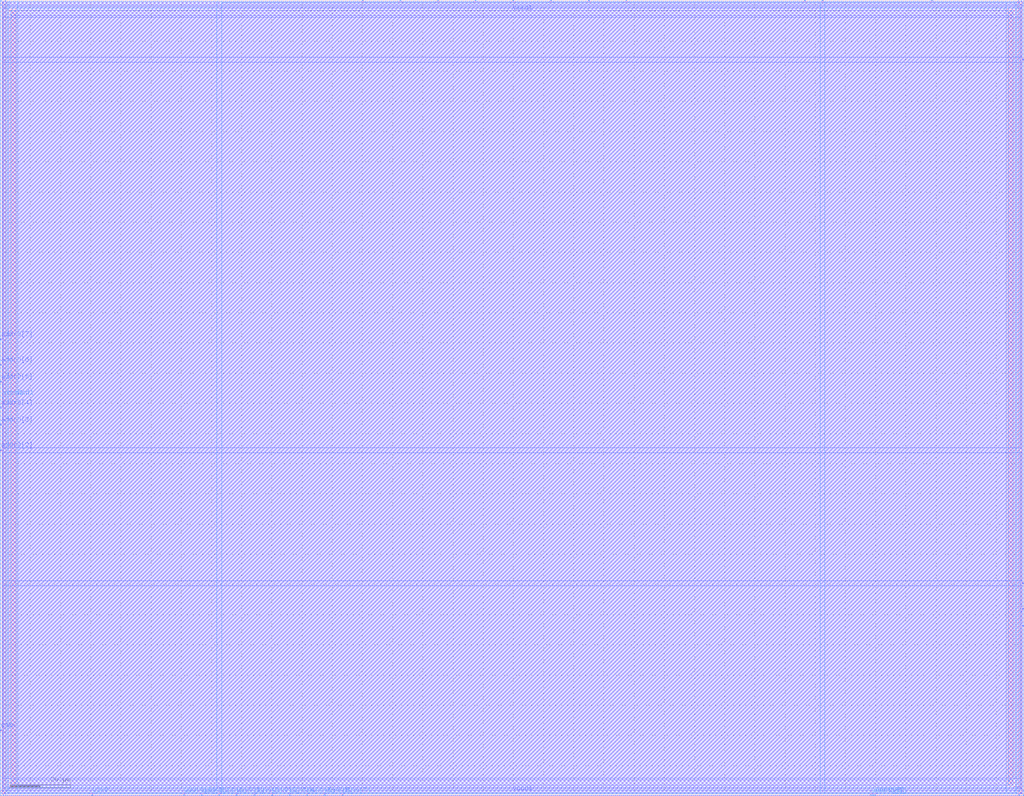
<source format=lef>
VERSION 5.4 ;
NAMESCASESENSITIVE ON ;
BUSBITCHARS "[]" ;
DIVIDERCHAR "/" ;
UNITS
  DATABASE MICRONS 2000 ;
END UNITS
MACRO subbyte2
   CLASS BLOCK ;
   SIZE 339.1 BY 263.69 ;
   SYMMETRY X Y R90 ;
   PIN din0[0]
      DIRECTION INPUT ;
      PORT
         LAYER met4 ;
         RECT  72.36 0.0 72.74 0.38 ;
      END
   END din0[0]
   PIN din0[1]
      DIRECTION INPUT ;
      PORT
         LAYER met4 ;
         RECT  78.2 0.0 78.58 0.38 ;
      END
   END din0[1]
   PIN din0[2]
      DIRECTION INPUT ;
      PORT
         LAYER met4 ;
         RECT  84.04 0.0 84.42 0.38 ;
      END
   END din0[2]
   PIN din0[3]
      DIRECTION INPUT ;
      PORT
         LAYER met4 ;
         RECT  89.88 0.0 90.26 0.38 ;
      END
   END din0[3]
   PIN din0[4]
      DIRECTION INPUT ;
      PORT
         LAYER met4 ;
         RECT  95.72 0.0 96.1 0.38 ;
      END
   END din0[4]
   PIN din0[5]
      DIRECTION INPUT ;
      PORT
         LAYER met4 ;
         RECT  101.56 0.0 101.94 0.38 ;
      END
   END din0[5]
   PIN din0[6]
      DIRECTION INPUT ;
      PORT
         LAYER met4 ;
         RECT  107.4 0.0 107.78 0.38 ;
      END
   END din0[6]
   PIN din0[7]
      DIRECTION INPUT ;
      PORT
         LAYER met4 ;
         RECT  113.24 0.0 113.62 0.38 ;
      END
   END din0[7]
   PIN addr0[0]
      DIRECTION INPUT ;
      PORT
         LAYER met4 ;
         RECT  60.68 0.0 61.06 0.38 ;
      END
   END addr0[0]
   PIN addr0[1]
      DIRECTION INPUT ;
      PORT
         LAYER met4 ;
         RECT  66.52 0.0 66.9 0.38 ;
      END
   END addr0[1]
   PIN addr0[2]
      DIRECTION INPUT ;
      PORT
         LAYER met3 ;
         RECT  0.0 114.27 0.38 114.65 ;
      END
   END addr0[2]
   PIN addr0[3]
      DIRECTION INPUT ;
      PORT
         LAYER met3 ;
         RECT  0.0 122.77 0.38 123.15 ;
      END
   END addr0[3]
   PIN addr0[4]
      DIRECTION INPUT ;
      PORT
         LAYER met3 ;
         RECT  0.0 128.41 0.38 128.79 ;
      END
   END addr0[4]
   PIN addr0[5]
      DIRECTION INPUT ;
      PORT
         LAYER met3 ;
         RECT  0.0 136.91 0.38 137.29 ;
      END
   END addr0[5]
   PIN addr0[6]
      DIRECTION INPUT ;
      PORT
         LAYER met3 ;
         RECT  0.0 142.55 0.38 142.93 ;
      END
   END addr0[6]
   PIN addr0[7]
      DIRECTION INPUT ;
      PORT
         LAYER met3 ;
         RECT  0.0 151.05 0.38 151.43 ;
      END
   END addr0[7]
   PIN addr1[0]
      DIRECTION INPUT ;
      PORT
         LAYER met4 ;
         RECT  272.2 263.31 272.58 263.69 ;
      END
   END addr1[0]
   PIN addr1[1]
      DIRECTION INPUT ;
      PORT
         LAYER met4 ;
         RECT  266.36 263.31 266.74 263.69 ;
      END
   END addr1[1]
   PIN addr1[2]
      DIRECTION INPUT ;
      PORT
         LAYER met3 ;
         RECT  338.72 70.23 339.1 70.61 ;
      END
   END addr1[2]
   PIN addr1[3]
      DIRECTION INPUT ;
      PORT
         LAYER met3 ;
         RECT  338.72 61.73 339.1 62.11 ;
      END
   END addr1[3]
   PIN addr1[4]
      DIRECTION INPUT ;
      PORT
         LAYER met3 ;
         RECT  338.72 56.09 339.1 56.47 ;
      END
   END addr1[4]
   PIN addr1[5]
      DIRECTION INPUT ;
      PORT
         LAYER met4 ;
         RECT  288.285 0.0 288.665 0.38 ;
      END
   END addr1[5]
   PIN addr1[6]
      DIRECTION INPUT ;
      PORT
         LAYER met4 ;
         RECT  288.975 0.0 289.355 0.38 ;
      END
   END addr1[6]
   PIN addr1[7]
      DIRECTION INPUT ;
      PORT
         LAYER met4 ;
         RECT  289.72 0.0 290.1 0.38 ;
      END
   END addr1[7]
   PIN csb0
      DIRECTION INPUT ;
      PORT
         LAYER met3 ;
         RECT  0.0 21.56 0.38 21.94 ;
      END
   END csb0
   PIN csb1
      DIRECTION INPUT ;
      PORT
         LAYER met3 ;
         RECT  338.72 243.62 339.1 244.0 ;
      END
   END csb1
   PIN clk0
      DIRECTION INPUT ;
      PORT
         LAYER met4 ;
         RECT  30.26 0.0 30.64 0.38 ;
      END
   END clk0
   PIN clk1
      DIRECTION INPUT ;
      PORT
         LAYER met4 ;
         RECT  308.46 263.31 308.84 263.69 ;
      END
   END clk1
   PIN dout1[0]
      DIRECTION OUTPUT ;
      PORT
         LAYER met4 ;
         RECT  119.865 263.31 120.245 263.69 ;
      END
   END dout1[0]
   PIN dout1[1]
      DIRECTION OUTPUT ;
      PORT
         LAYER met4 ;
         RECT  132.345 263.31 132.725 263.69 ;
      END
   END dout1[1]
   PIN dout1[2]
      DIRECTION OUTPUT ;
      PORT
         LAYER met4 ;
         RECT  144.825 263.31 145.205 263.69 ;
      END
   END dout1[2]
   PIN dout1[3]
      DIRECTION OUTPUT ;
      PORT
         LAYER met4 ;
         RECT  157.305 263.31 157.685 263.69 ;
      END
   END dout1[3]
   PIN dout1[4]
      DIRECTION OUTPUT ;
      PORT
         LAYER met4 ;
         RECT  169.785 263.31 170.165 263.69 ;
      END
   END dout1[4]
   PIN dout1[5]
      DIRECTION OUTPUT ;
      PORT
         LAYER met4 ;
         RECT  182.265 263.31 182.645 263.69 ;
      END
   END dout1[5]
   PIN dout1[6]
      DIRECTION OUTPUT ;
      PORT
         LAYER met4 ;
         RECT  194.745 263.31 195.125 263.69 ;
      END
   END dout1[6]
   PIN dout1[7]
      DIRECTION OUTPUT ;
      PORT
         LAYER met4 ;
         RECT  207.225 263.31 207.605 263.69 ;
      END
   END dout1[7]
   PIN vccd1
      DIRECTION INOUT ;
      USE POWER ; 
      SHAPE ABUTMENT ; 
      PORT
         LAYER met3 ;
         RECT  0.0 261.95 339.1 263.69 ;
         LAYER met3 ;
         RECT  0.0 0.0 339.1 1.74 ;
         LAYER met4 ;
         RECT  337.36 0.0 339.1 263.69 ;
         LAYER met4 ;
         RECT  0.0 0.0 1.74 263.69 ;
      END
   END vccd1
   PIN vssd1
      DIRECTION INOUT ;
      USE GROUND ; 
      SHAPE ABUTMENT ; 
      PORT
         LAYER met4 ;
         RECT  333.88 3.48 335.62 260.21 ;
         LAYER met3 ;
         RECT  3.48 3.48 335.62 5.22 ;
         LAYER met3 ;
         RECT  3.48 258.47 335.62 260.21 ;
         LAYER met4 ;
         RECT  3.48 3.48 5.22 260.21 ;
      END
   END vssd1
   OBS
   LAYER  met1 ;
      RECT  0.62 0.62 338.48 263.07 ;
   LAYER  met2 ;
      RECT  0.62 0.62 338.48 263.07 ;
   LAYER  met3 ;
      RECT  0.98 113.67 338.48 115.25 ;
      RECT  0.62 115.25 0.98 122.17 ;
      RECT  0.62 123.75 0.98 127.81 ;
      RECT  0.62 129.39 0.98 136.31 ;
      RECT  0.62 137.89 0.98 141.95 ;
      RECT  0.62 143.53 0.98 150.45 ;
      RECT  0.98 69.63 338.12 71.21 ;
      RECT  0.98 71.21 338.12 113.67 ;
      RECT  338.12 71.21 338.48 113.67 ;
      RECT  338.12 62.71 338.48 69.63 ;
      RECT  338.12 57.07 338.48 61.13 ;
      RECT  0.62 22.54 0.98 113.67 ;
      RECT  0.98 115.25 338.12 243.02 ;
      RECT  0.98 243.02 338.12 244.6 ;
      RECT  338.12 115.25 338.48 243.02 ;
      RECT  0.62 152.03 0.98 261.35 ;
      RECT  338.12 244.6 338.48 261.35 ;
      RECT  338.12 2.34 338.48 55.49 ;
      RECT  0.62 2.34 0.98 20.96 ;
      RECT  0.98 2.34 2.88 2.88 ;
      RECT  0.98 2.88 2.88 5.82 ;
      RECT  0.98 5.82 2.88 69.63 ;
      RECT  2.88 2.34 336.22 2.88 ;
      RECT  2.88 5.82 336.22 69.63 ;
      RECT  336.22 2.34 338.12 2.88 ;
      RECT  336.22 2.88 338.12 5.82 ;
      RECT  336.22 5.82 338.12 69.63 ;
      RECT  0.98 244.6 2.88 257.87 ;
      RECT  0.98 257.87 2.88 260.81 ;
      RECT  0.98 260.81 2.88 261.35 ;
      RECT  2.88 244.6 336.22 257.87 ;
      RECT  2.88 260.81 336.22 261.35 ;
      RECT  336.22 244.6 338.12 257.87 ;
      RECT  336.22 257.87 338.12 260.81 ;
      RECT  336.22 260.81 338.12 261.35 ;
   LAYER  met4 ;
      RECT  71.76 0.98 73.34 263.07 ;
      RECT  73.34 0.62 77.6 0.98 ;
      RECT  79.18 0.62 83.44 0.98 ;
      RECT  85.02 0.62 89.28 0.98 ;
      RECT  90.86 0.62 95.12 0.98 ;
      RECT  96.7 0.62 100.96 0.98 ;
      RECT  102.54 0.62 106.8 0.98 ;
      RECT  108.38 0.62 112.64 0.98 ;
      RECT  61.66 0.62 65.92 0.98 ;
      RECT  67.5 0.62 71.76 0.98 ;
      RECT  73.34 0.98 271.6 262.71 ;
      RECT  271.6 0.98 273.18 262.71 ;
      RECT  267.34 262.71 271.6 263.07 ;
      RECT  114.22 0.62 287.685 0.98 ;
      RECT  31.24 0.62 60.08 0.98 ;
      RECT  273.18 262.71 307.86 263.07 ;
      RECT  73.34 262.71 119.265 263.07 ;
      RECT  120.845 262.71 131.745 263.07 ;
      RECT  133.325 262.71 144.225 263.07 ;
      RECT  145.805 262.71 156.705 263.07 ;
      RECT  158.285 262.71 169.185 263.07 ;
      RECT  170.765 262.71 181.665 263.07 ;
      RECT  183.245 262.71 194.145 263.07 ;
      RECT  195.725 262.71 206.625 263.07 ;
      RECT  208.205 262.71 265.76 263.07 ;
      RECT  290.7 0.62 336.76 0.98 ;
      RECT  309.44 262.71 336.76 263.07 ;
      RECT  2.34 0.62 29.66 0.98 ;
      RECT  273.18 0.98 333.28 2.88 ;
      RECT  273.18 2.88 333.28 260.81 ;
      RECT  273.18 260.81 333.28 262.71 ;
      RECT  333.28 0.98 336.22 2.88 ;
      RECT  333.28 260.81 336.22 262.71 ;
      RECT  336.22 0.98 336.76 2.88 ;
      RECT  336.22 2.88 336.76 260.81 ;
      RECT  336.22 260.81 336.76 262.71 ;
      RECT  2.34 0.98 2.88 2.88 ;
      RECT  2.34 2.88 2.88 260.81 ;
      RECT  2.34 260.81 2.88 263.07 ;
      RECT  2.88 0.98 5.82 2.88 ;
      RECT  2.88 260.81 5.82 263.07 ;
      RECT  5.82 0.98 71.76 2.88 ;
      RECT  5.82 2.88 71.76 260.81 ;
      RECT  5.82 260.81 71.76 263.07 ;
   END
END    subbyte2
END    LIBRARY

</source>
